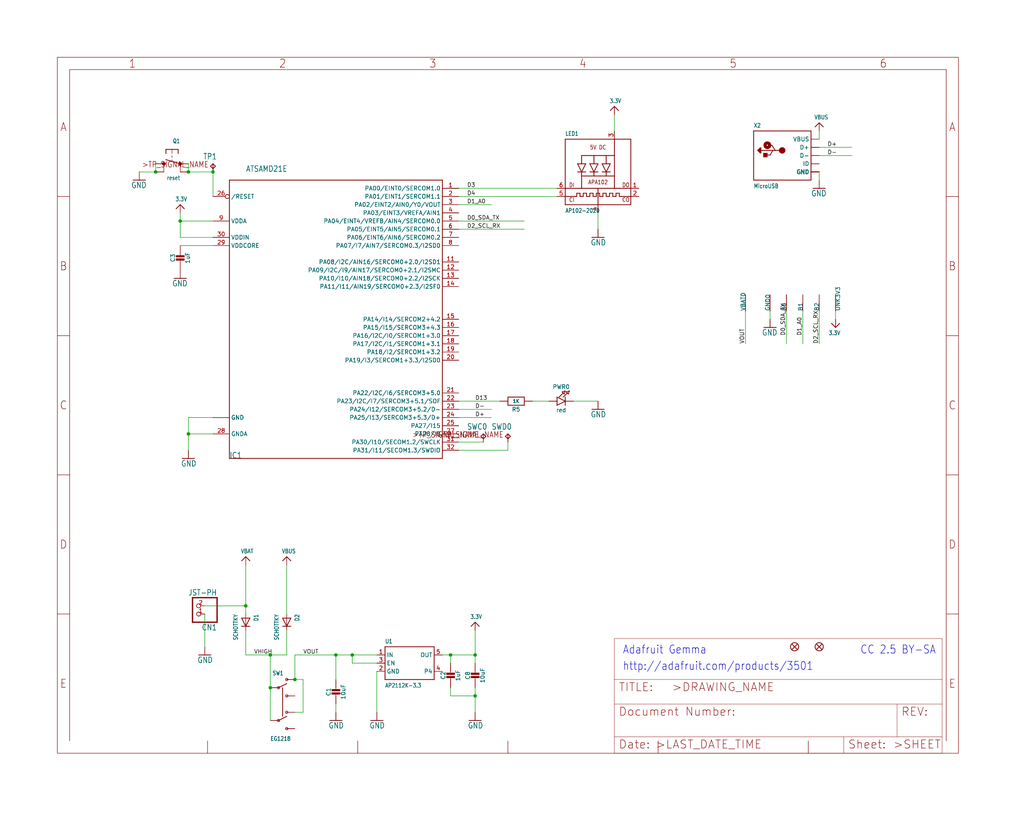
<source format=kicad_sch>
(kicad_sch (version 20211123) (generator eeschema)
  (paper "User" 317.5 254.406)
  (lib_symbols
    (symbol "eagleSchem-eagle-import:3.3V" (power)
      (property "Value" "3.3V" (at -1.524 1.016 0))
      (symbol "3.3V_1_0"
        (polyline (pts (xy -1.27 -1.27) (xy 0 0)) (stroke (width 0.254)))
        (polyline (pts (xy 0 0) (xy 1.27 -1.27)) (stroke (width 0.254)))
        (pin power_in line (at 0 -2.54 90) (length 2.54) (name "3.3V") (number "1"))
      )
    )
    (symbol "eagleSchem-eagle-import:APA1022020"
      (property "Value" "APA1022020" (at -10.16 -12.7 0))
      (symbol "APA1022020_1_0"
        (polyline (pts (xy -10.16 -10.16) (xy 0 -10.16)) (stroke (width 0.254)))
        (polyline (pts (xy -10.16 -7.62) (xy -10.16 -10.16)) (stroke (width 0.254)))
        (polyline (pts (xy -10.16 -7.62) (xy -6.604 -7.62)) (stroke (width 0.254)))
        (polyline (pts (xy -10.16 -5.08) (xy -10.16 -7.62)) (stroke (width 0.254)))
        (polyline (pts (xy -10.16 10.16) (xy -10.16 -5.08)) (stroke (width 0.254)))
        (polyline (pts (xy -6.604 -7.62) (xy -6.604 -6.604)) (stroke (width 0.254)))
        (polyline (pts (xy -6.604 -6.604) (xy -5.588 -6.604)) (stroke (width 0.254)))
        (polyline (pts (xy -6.35 0) (xy -5.08 0)) (stroke (width 0.254)))
        (polyline (pts (xy -6.35 2.54) (xy -5.08 2.54)) (stroke (width 0.254)))
        (polyline (pts (xy -5.588 -7.62) (xy -4.572 -7.62)) (stroke (width 0.254)))
        (polyline (pts (xy -5.588 -6.604) (xy -5.588 -7.62)) (stroke (width 0.254)))
        (polyline (pts (xy -5.08 -5.08) (xy -10.16 -5.08)) (stroke (width 0.254)))
        (polyline (pts (xy -5.08 -5.08) (xy 0 -5.08)) (stroke (width 0.254)))
        (polyline (pts (xy -5.08 -1.27) (xy -5.08 -5.08)) (stroke (width 0.254)))
        (polyline (pts (xy -5.08 0) (xy -6.35 2.54)) (stroke (width 0.254)))
        (polyline (pts (xy -5.08 0) (xy -5.08 -1.27)) (stroke (width 0.254)))
        (polyline (pts (xy -5.08 0) (xy -3.81 2.54)) (stroke (width 0.254)))
        (polyline (pts (xy -5.08 2.54) (xy -3.81 2.54)) (stroke (width 0.254)))
        (polyline (pts (xy -5.08 5.08) (xy -5.08 2.54)) (stroke (width 0.254)))
        (polyline (pts (xy -4.572 -7.62) (xy -4.572 -6.604)) (stroke (width 0.254)))
        (polyline (pts (xy -4.572 -6.604) (xy -3.556 -6.604)) (stroke (width 0.254)))
        (polyline (pts (xy -3.81 0) (xy -5.08 0)) (stroke (width 0.254)))
        (polyline (pts (xy -3.556 -7.62) (xy -2.54 -7.62)) (stroke (width 0.254)))
        (polyline (pts (xy -3.556 -6.604) (xy -3.556 -7.62)) (stroke (width 0.254)))
        (polyline (pts (xy -2.54 -7.62) (xy -2.54 -6.604)) (stroke (width 0.254)))
        (polyline (pts (xy -2.54 -6.604) (xy -1.524 -6.604)) (stroke (width 0.254)))
        (polyline (pts (xy -2.54 0) (xy -1.27 0)) (stroke (width 0.254)))
        (polyline (pts (xy -2.54 2.54) (xy 0 2.54)) (stroke (width 0.254)))
        (polyline (pts (xy -1.524 -7.62) (xy -0.508 -7.62)) (stroke (width 0.254)))
        (polyline (pts (xy -1.524 -6.604) (xy -1.524 -7.62)) (stroke (width 0.254)))
        (polyline (pts (xy -1.27 -1.27) (xy -5.08 -1.27)) (stroke (width 0.254)))
        (polyline (pts (xy -1.27 0) (xy -2.54 2.54)) (stroke (width 0.254)))
        (polyline (pts (xy -1.27 0) (xy -1.27 -1.27)) (stroke (width 0.254)))
        (polyline (pts (xy -1.27 0) (xy 0 0)) (stroke (width 0.254)))
        (polyline (pts (xy -1.27 2.54) (xy -1.27 5.08)) (stroke (width 0.254)))
        (polyline (pts (xy -1.27 5.08) (xy -5.08 5.08)) (stroke (width 0.254)))
        (polyline (pts (xy -0.508 -7.62) (xy -0.508 -6.604)) (stroke (width 0.254)))
        (polyline (pts (xy -0.508 -6.604) (xy 0.508 -6.604)) (stroke (width 0.254)))
        (polyline (pts (xy 0 -10.16) (xy 10.16 -10.16)) (stroke (width 0.254)))
        (polyline (pts (xy 0 -5.08) (xy 0 -10.16)) (stroke (width 0.254)))
        (polyline (pts (xy 0 -5.08) (xy 5.08 -5.08)) (stroke (width 0.254)))
        (polyline (pts (xy 0 2.54) (xy -1.27 0)) (stroke (width 0.254)))
        (polyline (pts (xy 0.508 -7.62) (xy 1.524 -7.62)) (stroke (width 0.254)))
        (polyline (pts (xy 0.508 -6.604) (xy 0.508 -7.62)) (stroke (width 0.254)))
        (polyline (pts (xy 1.27 2.54) (xy 2.54 0)) (stroke (width 0.254)))
        (polyline (pts (xy 1.27 2.54) (xy 2.54 2.54)) (stroke (width 0.254)))
        (polyline (pts (xy 1.524 -7.62) (xy 1.524 -6.604)) (stroke (width 0.254)))
        (polyline (pts (xy 1.524 -6.604) (xy 2.54 -6.604)) (stroke (width 0.254)))
        (polyline (pts (xy 2.54 -7.62) (xy 3.556 -7.62)) (stroke (width 0.254)))
        (polyline (pts (xy 2.54 -6.604) (xy 2.54 -7.62)) (stroke (width 0.254)))
        (polyline (pts (xy 2.54 -1.27) (xy -1.27 -1.27)) (stroke (width 0.254)))
        (polyline (pts (xy 2.54 0) (xy 1.27 0)) (stroke (width 0.254)))
        (polyline (pts (xy 2.54 0) (xy 2.54 -1.27)) (stroke (width 0.254)))
        (polyline (pts (xy 2.54 0) (xy 3.81 0)) (stroke (width 0.254)))
        (polyline (pts (xy 2.54 0) (xy 3.81 2.54)) (stroke (width 0.254)))
        (polyline (pts (xy 2.54 2.54) (xy 2.54 5.08)) (stroke (width 0.254)))
        (polyline (pts (xy 2.54 5.08) (xy -1.27 5.08)) (stroke (width 0.254)))
        (polyline (pts (xy 2.54 5.08) (xy 5.08 5.08)) (stroke (width 0.254)))
        (polyline (pts (xy 3.556 -7.62) (xy 3.556 -6.604)) (stroke (width 0.254)))
        (polyline (pts (xy 3.556 -6.604) (xy 4.572 -6.604)) (stroke (width 0.254)))
        (polyline (pts (xy 3.81 2.54) (xy 2.54 2.54)) (stroke (width 0.254)))
        (polyline (pts (xy 4.572 -7.62) (xy 5.588 -7.62)) (stroke (width 0.254)))
        (polyline (pts (xy 4.572 -6.604) (xy 4.572 -7.62)) (stroke (width 0.254)))
        (polyline (pts (xy 5.08 -5.08) (xy 5.08 -1.27)) (stroke (width 0.254)))
        (polyline (pts (xy 5.08 -5.08) (xy 10.16 -5.08)) (stroke (width 0.254)))
        (polyline (pts (xy 5.08 -1.27) (xy 2.54 -1.27)) (stroke (width 0.254)))
        (polyline (pts (xy 5.08 5.08) (xy 5.08 -1.27)) (stroke (width 0.254)))
        (polyline (pts (xy 5.08 10.16) (xy -10.16 10.16)) (stroke (width 0.254)))
        (polyline (pts (xy 5.08 10.16) (xy 5.08 5.08)) (stroke (width 0.254)))
        (polyline (pts (xy 5.588 -7.62) (xy 5.588 -6.604)) (stroke (width 0.254)))
        (polyline (pts (xy 5.588 -6.604) (xy 6.604 -6.604)) (stroke (width 0.254)))
        (polyline (pts (xy 6.604 -7.62) (xy 10.16 -7.62)) (stroke (width 0.254)))
        (polyline (pts (xy 6.604 -6.604) (xy 6.604 -7.62)) (stroke (width 0.254)))
        (polyline (pts (xy 10.16 -10.16) (xy 10.16 -7.62)) (stroke (width 0.254)))
        (polyline (pts (xy 10.16 -7.62) (xy 10.16 -5.08)) (stroke (width 0.254)))
        (polyline (pts (xy 10.16 -5.08) (xy 10.16 10.16)) (stroke (width 0.254)))
        (polyline (pts (xy 10.16 10.16) (xy 5.08 10.16)) (stroke (width 0.254)))
        (text "5V DC" (at 0 7.62 0) (effects (font (size 1.27 1.0795))))
        (text "APA102" (at 0 -3.175 0) (effects (font (size 1.27 1.0795))))
        (text "CI" (at -8.128 -8.636 0) (effects (font (size 1.27 1.0795))))
        (text "CO" (at 8.636 -8.636 0) (effects (font (size 1.27 1.0795))))
        (text "DI" (at -8.128 -4.064 0) (effects (font (size 1.27 1.0795))))
        (text "DO" (at 8.636 -4.064 0) (effects (font (size 1.27 1.0795))))
        (pin output line (at 12.7 -5.08 180) (length 2.54) (name "DO") (number "1"))
        (pin output line (at 12.7 -7.62 180) (length 2.54) (name "CKO") (number "2"))
        (pin power_in line (at 5.08 12.7 270) (length 2.54) (name "VDD") (number "3"))
        (pin power_in line (at 0 -12.7 90) (length 2.54) (name "GND") (number "4"))
        (pin input line (at -12.7 -7.62 0) (length 2.54) (name "CKI") (number "5"))
        (pin input line (at -12.7 -5.08 0) (length 2.54) (name "DI") (number "6"))
      )
    )
    (symbol "eagleSchem-eagle-import:ATSAMD21E"
      (property "Reference" "IC" (at -35.56 -43.18 0))
      (property "Value" "ATSAMD21E" (at -30.48 45.72 0))
      (symbol "ATSAMD21E_1_0"
        (polyline (pts (xy -35.56 -43.18) (xy -35.56 43.18)) (stroke (width 0.254)))
        (polyline (pts (xy -35.56 43.18) (xy 30.48 43.18)) (stroke (width 0.254)))
        (polyline (pts (xy 30.48 -43.18) (xy -35.56 -43.18)) (stroke (width 0.254)))
        (polyline (pts (xy 30.48 43.18) (xy 30.48 -43.18)) (stroke (width 0.254)))
        (pin bidirectional line (at 35.56 40.64 180) (length 5.08) (name "PA00/EINT0/SERCOM1.0") (number "1"))
        (pin power_in line (at -40.64 -30.48 0) (length 5.08) (name "GND") (number "10"))
        (pin bidirectional line (at 35.56 17.78 180) (length 5.08) (name "PA08/I2C/AIN16/SERCOM0+2.0/I2SD1") (number "11"))
        (pin bidirectional line (at 35.56 15.24 180) (length 5.08) (name "PA09/I2C/I9/AIN17/SERCOM0+2.1/I2SMC") (number "12"))
        (pin bidirectional line (at 35.56 12.7 180) (length 5.08) (name "PA10/I10/AIN18/SERCOM0+2.2/I2SCK") (number "13"))
        (pin bidirectional line (at 35.56 10.16 180) (length 5.08) (name "PA11/I11/AIN19/SERCOM0+2.3/I2SF0") (number "14"))
        (pin bidirectional line (at 35.56 0 180) (length 5.08) (name "PA14/I14/SERCOM2+4.2") (number "15"))
        (pin bidirectional line (at 35.56 -2.54 180) (length 5.08) (name "PA15/I15/SERCOM3+4.3") (number "16"))
        (pin bidirectional line (at 35.56 -5.08 180) (length 5.08) (name "PA16/I2C/I0/SERCOM1+3.0") (number "17"))
        (pin bidirectional line (at 35.56 -7.62 180) (length 5.08) (name "PA17/I2C/I1/SERCOM1+3.1") (number "18"))
        (pin bidirectional line (at 35.56 -10.16 180) (length 5.08) (name "PA18/I2/SERCOM1+3.2") (number "19"))
        (pin bidirectional line (at 35.56 38.1 180) (length 5.08) (name "PA01/EINT1/SERCOM1.1") (number "2"))
        (pin bidirectional line (at 35.56 -12.7 180) (length 5.08) (name "PA19/I3/SERCOM1+3.3/I2SD0") (number "20"))
        (pin bidirectional line (at 35.56 -22.86 180) (length 5.08) (name "PA22/I2C/I6/SERCOM3+5.0") (number "21"))
        (pin bidirectional line (at 35.56 -25.4 180) (length 5.08) (name "PA23/I2C/I7/SERCOM3+5.1/SOF") (number "22"))
        (pin bidirectional line (at 35.56 -27.94 180) (length 5.08) (name "PA24/I12/SERCOM3+5.2/D-") (number "23"))
        (pin bidirectional line (at 35.56 -30.48 180) (length 5.08) (name "PA25/I13/SERCOM3+5.3/D+") (number "24"))
        (pin bidirectional line (at 35.56 -33.02 180) (length 5.08) (name "PA27/I15") (number "25"))
        (pin bidirectional inverted (at -40.64 38.1 0) (length 5.08) (name "/RESET") (number "26"))
        (pin bidirectional line (at 35.56 -35.56 180) (length 5.08) (name "PA28/I8") (number "27"))
        (pin power_in line (at -40.64 -35.56 0) (length 5.08) (name "GNDA") (number "28"))
        (pin power_in line (at -40.64 22.86 0) (length 5.08) (name "VDDCORE") (number "29"))
        (pin bidirectional line (at 35.56 35.56 180) (length 5.08) (name "PA02/EINT2/AIN0/Y0/VOUT") (number "3"))
        (pin power_in line (at -40.64 25.4 0) (length 5.08) (name "VDDIN") (number "30"))
        (pin bidirectional line (at 35.56 -38.1 180) (length 5.08) (name "PA30/I10/SECOM1.2/SWCLK") (number "31"))
        (pin bidirectional line (at 35.56 -40.64 180) (length 5.08) (name "PA31/I11/SECOM1.3/SWDIO") (number "32"))
        (pin power_in line (at -40.64 -30.48 0) (length 5.08) (name "GND") (number "33"))
        (pin bidirectional line (at 35.56 33.02 180) (length 5.08) (name "PA03/EINT3/VREFA/AIN1") (number "4"))
        (pin bidirectional line (at 35.56 30.48 180) (length 5.08) (name "PA04/EINT4/VREFB/AIN4/SERCOM0.0") (number "5"))
        (pin bidirectional line (at 35.56 27.94 180) (length 5.08) (name "PA05/EINT5/AIN5/SERCOM0.1") (number "6"))
        (pin bidirectional line (at 35.56 25.4 180) (length 5.08) (name "PA06/EINT6/AIN6/SERCOM0.2") (number "7"))
        (pin bidirectional line (at 35.56 22.86 180) (length 5.08) (name "PA07/I7/AIN7/SERCOM0.3/I2SD0") (number "8"))
        (pin power_in line (at -40.64 30.48 0) (length 5.08) (name "VDDA") (number "9"))
      )
    )
    (symbol "eagleSchem-eagle-import:CAP_CERAMIC0603_NO"
      (property "Reference" "C" (at -2.29 1.25 90))
      (property "Value" "CAP_CERAMIC0603_NO" (at 2.3 1.25 90))
      (symbol "CAP_CERAMIC0603_NO_1_0"
        (rectangle (start -1.27 0.508) (end 1.27 1.016) (fill (type outline)))
        (rectangle (start -1.27 1.524) (end 1.27 2.032) (fill (type outline)))
        (polyline (pts (xy 0 0.762) (xy 0 0)) (stroke (width 0.1524)))
        (polyline (pts (xy 0 2.54) (xy 0 1.778)) (stroke (width 0.1524)))
        (pin passive line (at 0 5.08 270) (length 2.54) (name "1") (number "1"))
        (pin passive line (at 0 -2.54 90) (length 2.54) (name "2") (number "2"))
      )
    )
    (symbol "eagleSchem-eagle-import:CAP_CERAMIC0805-NOOUTLINE"
      (property "Reference" "C" (at -2.29 1.25 90))
      (property "Value" "CAP_CERAMIC0805-NOOUTLINE" (at 2.3 1.25 90))
      (symbol "CAP_CERAMIC0805-NOOUTLINE_1_0"
        (rectangle (start -1.27 0.508) (end 1.27 1.016) (fill (type outline)))
        (rectangle (start -1.27 1.524) (end 1.27 2.032) (fill (type outline)))
        (polyline (pts (xy 0 0.762) (xy 0 0)) (stroke (width 0.1524)))
        (polyline (pts (xy 0 2.54) (xy 0 1.778)) (stroke (width 0.1524)))
        (pin passive line (at 0 5.08 270) (length 2.54) (name "1") (number "1"))
        (pin passive line (at 0 -2.54 90) (length 2.54) (name "2") (number "2"))
      )
    )
    (symbol "eagleSchem-eagle-import:CON_JST_PH_2PIN"
      (property "Reference" "X" (at -6.35 5.715 0))
      (property "Value" "CON_JST_PH_2PIN" (at -6.35 -5.08 0))
      (symbol "CON_JST_PH_2PIN_1_0"
        (polyline (pts (xy -6.35 -2.54) (xy 1.27 -2.54)) (stroke (width 0.4064)))
        (polyline (pts (xy -6.35 5.08) (xy -6.35 -2.54)) (stroke (width 0.4064)))
        (polyline (pts (xy 1.27 -2.54) (xy 1.27 5.08)) (stroke (width 0.4064)))
        (polyline (pts (xy 1.27 5.08) (xy -6.35 5.08)) (stroke (width 0.4064)))
        (pin passive inverted (at -2.54 2.54 0) (length 2.54) (name "1") (number "1"))
        (pin passive inverted (at -2.54 0 0) (length 2.54) (name "2") (number "2"))
      )
    )
    (symbol "eagleSchem-eagle-import:DIODE_SOD-123FL"
      (property "Reference" "D" (at -2.54 2.54 0))
      (property "Value" "DIODE_SOD-123FL" (at -2.54 -3.81 0))
      (symbol "DIODE_SOD-123FL_1_0"
        (polyline (pts (xy -1.27 -1.27) (xy 1.27 0)) (stroke (width 0.254)))
        (polyline (pts (xy -1.27 1.27) (xy -1.27 -1.27)) (stroke (width 0.254)))
        (polyline (pts (xy 1.27 0) (xy -1.27 1.27)) (stroke (width 0.254)))
        (polyline (pts (xy 1.27 0) (xy 1.27 -1.27)) (stroke (width 0.254)))
        (polyline (pts (xy 1.27 1.27) (xy 1.27 0)) (stroke (width 0.254)))
        (pin passive line (at -2.54 0 0) (length 2.54) (name "A") (number "A"))
        (pin passive line (at 2.54 0 180) (length 2.54) (name "C") (number "C"))
      )
    )
    (symbol "eagleSchem-eagle-import:FIDUCIAL_1MM"
      (symbol "FIDUCIAL_1MM_1_0"
        (polyline (pts (xy -0.762 0.762) (xy 0.762 -0.762)) (stroke (width 0.254)))
        (polyline (pts (xy 0.762 0.762) (xy -0.762 -0.762)) (stroke (width 0.254)))
        (circle (center 0 0) (radius 1.27) (stroke (width 0.254)))
      )
    )
    (symbol "eagleSchem-eagle-import:FRAME_A_L"
      (symbol "FRAME_A_L_1_0"
        (polyline (pts (xy 0 43.18) (xy 3.81 43.18)))
        (polyline (pts (xy 0 86.36) (xy 3.81 86.36)))
        (polyline (pts (xy 0 129.54) (xy 3.81 129.54)))
        (polyline (pts (xy 0 172.72) (xy 3.81 172.72)))
        (polyline (pts (xy 3.81 3.81) (xy 3.81 212.09)))
        (polyline (pts (xy 46.5667 0) (xy 46.5667 3.81)))
        (polyline (pts (xy 93.1333 0) (xy 93.1333 3.81)))
        (polyline (pts (xy 139.7 0) (xy 139.7 3.81)))
        (polyline (pts (xy 186.2667 0) (xy 186.2667 3.81)))
        (polyline (pts (xy 232.8333 0) (xy 232.8333 3.81)))
        (polyline (pts (xy 275.59 3.81) (xy 275.59 212.09)))
        (polyline (pts (xy 275.59 43.18) (xy 279.4 43.18)))
        (polyline (pts (xy 275.59 86.36) (xy 279.4 86.36)))
        (polyline (pts (xy 275.59 129.54) (xy 279.4 129.54)))
        (polyline (pts (xy 275.59 172.72) (xy 279.4 172.72)))
        (polyline (pts (xy 275.59 212.09) (xy 3.81 212.09)))
        (polyline (pts (xy 0 0) (xy 279.4 0) (xy 279.4 215.9) (xy 0 215.9) (xy 0 0)))
        (text "1" (at 23.2833 213.995 0) (effects (font (size 2.54 2.286))))
        (text "2" (at 69.85 213.995 0) (effects (font (size 2.54 2.286))))
        (text "3" (at 116.4167 213.995 0) (effects (font (size 2.54 2.286))))
        (text "4" (at 162.9833 213.995 0) (effects (font (size 2.54 2.286))))
        (text "5" (at 209.55 213.995 0) (effects (font (size 2.54 2.286))))
        (text "6" (at 256.1167 213.995 0) (effects (font (size 2.54 2.286))))
        (text "A" (at 1.905 194.31 0) (effects (font (size 2.54 2.286))))
        (text "A" (at 277.495 194.31 0) (effects (font (size 2.54 2.286))))
        (text "B" (at 1.905 151.13 0) (effects (font (size 2.54 2.286))))
        (text "B" (at 277.495 151.13 0) (effects (font (size 2.54 2.286))))
        (text "C" (at 1.905 107.95 0) (effects (font (size 2.54 2.286))))
        (text "C" (at 277.495 107.95 0) (effects (font (size 2.54 2.286))))
        (text "D" (at 1.905 64.77 0) (effects (font (size 2.54 2.286))))
        (text "D" (at 277.495 64.77 0) (effects (font (size 2.54 2.286))))
        (text "E" (at 1.905 21.59 0) (effects (font (size 2.54 2.286))))
        (text "E" (at 277.495 21.59 0) (effects (font (size 2.54 2.286))))
      )
      (symbol "FRAME_A_L_2_0"
        (polyline (pts (xy 0 0) (xy 0 5.08)) (stroke (width 0.1016)))
        (polyline (pts (xy 0 0) (xy 71.12 0)) (stroke (width 0.1016)))
        (polyline (pts (xy 0 5.08) (xy 0 15.24)) (stroke (width 0.1016)))
        (polyline (pts (xy 0 5.08) (xy 71.12 5.08)) (stroke (width 0.1016)))
        (polyline (pts (xy 0 15.24) (xy 0 22.86)) (stroke (width 0.1016)))
        (polyline (pts (xy 0 22.86) (xy 0 35.56)) (stroke (width 0.1016)))
        (polyline (pts (xy 0 22.86) (xy 101.6 22.86)) (stroke (width 0.1016)))
        (polyline (pts (xy 71.12 0) (xy 101.6 0)) (stroke (width 0.1016)))
        (polyline (pts (xy 71.12 5.08) (xy 71.12 0)) (stroke (width 0.1016)))
        (polyline (pts (xy 71.12 5.08) (xy 87.63 5.08)) (stroke (width 0.1016)))
        (polyline (pts (xy 87.63 5.08) (xy 101.6 5.08)) (stroke (width 0.1016)))
        (polyline (pts (xy 87.63 15.24) (xy 0 15.24)) (stroke (width 0.1016)))
        (polyline (pts (xy 87.63 15.24) (xy 87.63 5.08)) (stroke (width 0.1016)))
        (polyline (pts (xy 101.6 5.08) (xy 101.6 0)) (stroke (width 0.1016)))
        (polyline (pts (xy 101.6 15.24) (xy 87.63 15.24)) (stroke (width 0.1016)))
        (polyline (pts (xy 101.6 15.24) (xy 101.6 5.08)) (stroke (width 0.1016)))
        (polyline (pts (xy 101.6 22.86) (xy 101.6 15.24)) (stroke (width 0.1016)))
        (polyline (pts (xy 101.6 35.56) (xy 0 35.56)) (stroke (width 0.1016)))
        (polyline (pts (xy 101.6 35.56) (xy 101.6 22.86)) (stroke (width 0.1016)))
        (text ">DRAWING_NAME" (at 17.78 19.05 0) (effects (font (size 2.54 2.54)) (justify left bottom)))
        (text ">LAST_DATE_TIME" (at 12.7 1.27 0) (effects (font (size 2.54 2.54)) (justify left bottom)))
        (text ">SHEET" (at 86.36 1.27 0) (effects (font (size 2.54 2.54)) (justify left bottom)))
        (text "Date:" (at 1.27 1.27 0) (effects (font (size 2.54 2.54)) (justify left bottom)))
        (text "Document Number:" (at 1.27 11.43 0) (effects (font (size 2.54 2.54)) (justify left bottom)))
        (text "REV:" (at 88.9 11.43 0) (effects (font (size 2.54 2.54)) (justify left bottom)))
        (text "Sheet:" (at 72.39 1.27 0) (effects (font (size 2.54 2.54)) (justify left bottom)))
        (text "TITLE:" (at 1.27 19.05 0) (effects (font (size 2.54 2.54)) (justify left bottom)))
      )
    )
    (symbol "eagleSchem-eagle-import:GND" (power)
      (property "Value" "GND" (at -2.54 -2.54 0))
      (symbol "GND_1_0"
        (polyline (pts (xy -1.905 0) (xy 1.905 0)) (stroke (width 0.254)))
        (pin power_in line (at 0 2.54 270) (length 2.54) (name "GND") (number "1"))
      )
    )
    (symbol "eagleSchem-eagle-import:LED0603_NOOUTLINE"
      (property "Reference" "D" (at -1.27 4.445 0))
      (property "Value" "LED0603_NOOUTLINE" (at -1.27 -2.794 0))
      (symbol "LED0603_NOOUTLINE_1_0"
        (polyline (pts (xy -2.54 -1.27) (xy 0 0)) (stroke (width 0.254)))
        (polyline (pts (xy -2.54 1.27) (xy -2.54 -1.27)) (stroke (width 0.254)))
        (polyline (pts (xy -1.905 1.27) (xy -0.635 2.54)) (stroke (width 0.254)))
        (polyline (pts (xy -0.9525 2.8575) (xy -0.3175 2.2225)) (stroke (width 0.254)))
        (polyline (pts (xy -0.635 1.27) (xy 0.635 2.54)) (stroke (width 0.254)))
        (polyline (pts (xy -0.3175 2.2225) (xy 0 3.175)) (stroke (width 0.254)))
        (polyline (pts (xy 0 0) (xy -2.54 1.27)) (stroke (width 0.254)))
        (polyline (pts (xy 0 0) (xy 0 -1.27)) (stroke (width 0.254)))
        (polyline (pts (xy 0 1.27) (xy 0 0)) (stroke (width 0.254)))
        (polyline (pts (xy 0 3.175) (xy -0.9525 2.8575)) (stroke (width 0.254)))
        (polyline (pts (xy 0.3175 2.8575) (xy 0.9525 2.2225)) (stroke (width 0.254)))
        (polyline (pts (xy 0.9525 2.2225) (xy 1.27 3.175)) (stroke (width 0.254)))
        (polyline (pts (xy 1.27 3.175) (xy 0.3175 2.8575)) (stroke (width 0.254)))
        (pin passive line (at -5.08 0 0) (length 2.54) (name "A") (number "A"))
        (pin passive line (at 2.54 0 180) (length 2.54) (name "C") (number "C"))
      )
    )
    (symbol "eagleSchem-eagle-import:RESISTOR_0603_NOOUT"
      (property "Reference" "R" (at 0 2.54 0))
      (property "Value" "RESISTOR_0603_NOOUT" (at 0 0 0))
      (symbol "RESISTOR_0603_NOOUT_1_0"
        (polyline (pts (xy -2.54 -1.27) (xy -2.54 1.27)) (stroke (width 0.254)))
        (polyline (pts (xy -2.54 1.27) (xy 2.54 1.27)) (stroke (width 0.254)))
        (polyline (pts (xy 2.54 -1.27) (xy -2.54 -1.27)) (stroke (width 0.254)))
        (polyline (pts (xy 2.54 1.27) (xy 2.54 -1.27)) (stroke (width 0.254)))
        (pin passive line (at -5.08 0 0) (length 2.54) (name "1") (number "1"))
        (pin passive line (at 5.08 0 180) (length 2.54) (name "2") (number "2"))
      )
    )
    (symbol "eagleSchem-eagle-import:SEWTAP-ALLIGATOR"
      (property "Reference" "TP" (at 0 0 0))
      (symbol "SEWTAP-ALLIGATOR_1_0"
        (pin bidirectional line (at 0 0 0) (length 5.08) (name "SEW") (number "P$1"))
      )
    )
    (symbol "eagleSchem-eagle-import:SWITCH_DPDTEG1390"
      (property "Reference" "SW" (at -4.445 8.89 0))
      (property "Value" "SWITCH_DPDTEG1390" (at -5.08 -11.43 0))
      (symbol "SWITCH_DPDTEG1390_1_0"
        (circle (center -2.54 -5.08) (radius 0.3592) (stroke (width 0.2032)))
        (circle (center -2.54 5.08) (radius 0.3592) (stroke (width 0.2032)))
        (circle (center 0 -7.62) (radius 0.3592) (stroke (width 0.2032)))
        (circle (center 0 -2.54) (radius 0.3592) (stroke (width 0.2032)))
        (polyline (pts (xy -2.54 -5.08) (xy 0 -3.81)) (stroke (width 0.254)))
        (polyline (pts (xy -2.54 5.08) (xy 0 6.35)) (stroke (width 0.254)))
        (polyline (pts (xy -1.27 5.08) (xy -1.27 -3.81)) (stroke (width 0.254)))
        (polyline (pts (xy 0 -7.62) (xy 0.635 -7.62)) (stroke (width 0.127)))
        (polyline (pts (xy 0 -2.54) (xy 0.635 -2.54)) (stroke (width 0.1524)))
        (polyline (pts (xy 0 2.54) (xy 0.635 2.54)) (stroke (width 0.127)))
        (polyline (pts (xy 0 7.62) (xy 0.635 7.62)) (stroke (width 0.1524)))
        (circle (center 0 2.54) (radius 0.3592) (stroke (width 0.2032)))
        (circle (center 0 7.62) (radius 0.3592) (stroke (width 0.2032)))
        (pin passive line (at 2.54 7.62 180) (length 2.54) (name "O1") (number "O1"))
        (pin passive line (at 2.54 -2.54 180) (length 2.54) (name "O2") (number "O2"))
        (pin passive line (at -5.08 5.08 0) (length 2.54) (name "P1") (number "P1"))
        (pin passive line (at -5.08 -5.08 0) (length 2.54) (name "P2") (number "P2"))
        (pin passive line (at 2.54 2.54 180) (length 2.54) (name "S1") (number "S1"))
        (pin passive line (at 2.54 -7.62 180) (length 2.54) (name "S2") (number "S2"))
      )
    )
    (symbol "eagleSchem-eagle-import:SWITCH_TACT_SMT4.6X2.8"
      (property "Reference" "SW" (at -2.54 6.35 0))
      (property "Value" "SWITCH_TACT_SMT4.6X2.8" (at -2.54 -5.08 0))
      (symbol "SWITCH_TACT_SMT4.6X2.8_1_0"
        (circle (center -2.54 0) (radius 0.127) (stroke (width 0.4064)))
        (polyline (pts (xy -2.54 -2.54) (xy -2.54 0)) (stroke (width 0.1524)))
        (polyline (pts (xy -2.54 0) (xy 1.905 1.27)) (stroke (width 0.254)))
        (polyline (pts (xy -1.905 4.445) (xy -1.905 3.175)) (stroke (width 0.254)))
        (polyline (pts (xy 0 1.27) (xy 0 0.635)) (stroke (width 0.1524)))
        (polyline (pts (xy 0 2.54) (xy 0 1.905)) (stroke (width 0.1524)))
        (polyline (pts (xy 0 4.445) (xy -1.905 4.445)) (stroke (width 0.254)))
        (polyline (pts (xy 0 4.445) (xy 0 3.175)) (stroke (width 0.1524)))
        (polyline (pts (xy 1.905 0) (xy 2.54 0)) (stroke (width 0.254)))
        (polyline (pts (xy 1.905 4.445) (xy 0 4.445)) (stroke (width 0.254)))
        (polyline (pts (xy 1.905 4.445) (xy 1.905 3.175)) (stroke (width 0.254)))
        (polyline (pts (xy 2.54 -2.54) (xy 2.54 0)) (stroke (width 0.1524)))
        (circle (center 2.54 0) (radius 0.127) (stroke (width 0.4064)))
        (pin passive line (at -5.08 0 0) (length 2.54) (name "P") (number "A"))
        (pin passive line (at -5.08 -2.54 0) (length 2.54) (name "P1") (number "A'"))
        (pin passive line (at 5.08 0 180) (length 2.54) (name "S") (number "B"))
        (pin passive line (at 5.08 -2.54 180) (length 2.54) (name "S1") (number "B'"))
      )
    )
    (symbol "eagleSchem-eagle-import:TPTP15R"
      (property "Reference" "TP" (at -1.27 1.27 0))
      (symbol "TPTP15R_1_0"
        (polyline (pts (xy -0.762 -0.762) (xy 0 0)) (stroke (width 0.254)))
        (polyline (pts (xy 0 -1.524) (xy -0.762 -0.762)) (stroke (width 0.254)))
        (polyline (pts (xy 0 0) (xy 0.762 -0.762)) (stroke (width 0.254)))
        (polyline (pts (xy 0.762 -0.762) (xy 0 -1.524)) (stroke (width 0.254)))
        (text ">TP_SIGNAL_NAME" (at 1.27 -1.27 0) (effects (font (size 1.778 1.5113)) (justify left bottom)))
        (pin input line (at 0 -2.54 90) (length 2.54) (name "TP") (number "TP"))
      )
    )
    (symbol "eagleSchem-eagle-import:TPTP16R"
      (property "Reference" "TP" (at -1.27 1.27 0))
      (symbol "TPTP16R_1_0"
        (polyline (pts (xy -0.762 -0.762) (xy 0 0)) (stroke (width 0.254)))
        (polyline (pts (xy 0 -1.524) (xy -0.762 -0.762)) (stroke (width 0.254)))
        (polyline (pts (xy 0 0) (xy 0.762 -0.762)) (stroke (width 0.254)))
        (polyline (pts (xy 0.762 -0.762) (xy 0 -1.524)) (stroke (width 0.254)))
        (text ">TP_SIGNAL_NAME" (at 1.27 -1.27 0) (effects (font (size 1.778 1.5113)) (justify left bottom)))
        (pin input line (at 0 -2.54 90) (length 2.54) (name "TP") (number "TP"))
      )
    )
    (symbol "eagleSchem-eagle-import:USB_MICRO_20329_V2"
      (property "Reference" "X" (at -10.16 8.636 0))
      (property "Value" "USB_MICRO_20329_V2" (at -10.16 -10.16 0))
      (symbol "USB_MICRO_20329_V2_1_0"
        (rectangle (start -7.12 -0.45) (end -5.92 0.75) (fill (type outline)))
        (circle (center -5.92 3.2) (radius 0.2) (stroke (width 1)))
        (circle (center -1.32 1.6) (radius 0.5) (stroke (width 1)))
        (polyline (pts (xy -10.2 7.62) (xy -10.16 7.62)) (stroke (width 0.254)))
        (polyline (pts (xy -10.16 -7.62) (xy 7.62 -7.62)) (stroke (width 0.254)))
        (polyline (pts (xy -10.16 7.62) (xy -10.16 -7.62)) (stroke (width 0.254)))
        (polyline (pts (xy -10.16 7.62) (xy 7.62 7.62)) (stroke (width 0.254)))
        (polyline (pts (xy -8.92 1.6) (xy -8.12 2.4)) (stroke (width 0.254)))
        (polyline (pts (xy -8.52 1.4) (xy -8.32 1.2)) (stroke (width 0.254)))
        (polyline (pts (xy -8.52 1.6) (xy -8.52 1.4)) (stroke (width 0.254)))
        (polyline (pts (xy -8.32 1.2) (xy -8.32 2)) (stroke (width 0.254)))
        (polyline (pts (xy -8.32 2) (xy -8.72 1.6)) (stroke (width 0.254)))
        (polyline (pts (xy -8.12 0.8) (xy -8.92 1.6)) (stroke (width 0.254)))
        (polyline (pts (xy -8.12 1) (xy -8.12 2.4)) (stroke (width 0.254)))
        (polyline (pts (xy -8.12 2.4) (xy -7.92 2.4)) (stroke (width 0.254)))
        (polyline (pts (xy -7.92 0.8) (xy -8.12 0.8)) (stroke (width 0.254)))
        (polyline (pts (xy -7.92 1.6) (xy -7.92 0.8)) (stroke (width 0.254)))
        (polyline (pts (xy -7.92 2.4) (xy -7.92 1.6)) (stroke (width 0.254)))
        (polyline (pts (xy -6.27 0.15) (xy -5.07 0.15)) (stroke (width 0.254)))
        (polyline (pts (xy -5.52 3.2) (xy -4.52 3.2)) (stroke (width 0.254)))
        (polyline (pts (xy -5.07 0.15) (xy -4.22 1.6)) (stroke (width 0.254)))
        (polyline (pts (xy -4.52 3.2) (xy -3.47 1.6)) (stroke (width 0.254)))
        (polyline (pts (xy -4.22 1.6) (xy -7.92 1.6)) (stroke (width 0.254)))
        (polyline (pts (xy -3.47 1.6) (xy -4.22 1.6)) (stroke (width 0.254)))
        (polyline (pts (xy -1.32 1.6) (xy -3.47 1.6)) (stroke (width 0.254)))
        (polyline (pts (xy 7.62 7.62) (xy 7.62 -7.62)) (stroke (width 0.254)))
        (pin power_in line (at 10.16 -5.08 180) (length 2.54) (name "GND") (number "BASE@1"))
        (pin power_in line (at 10.16 -5.08 180) (length 2.54) (name "GND") (number "BASE@2"))
        (pin bidirectional line (at 10.16 2.54 180) (length 2.54) (name "D+") (number "D+"))
        (pin bidirectional line (at 10.16 0 180) (length 2.54) (name "D-") (number "D-"))
        (pin power_in line (at 10.16 -5.08 180) (length 2.54) (name "GND") (number "GND"))
        (pin bidirectional line (at 10.16 -2.54 180) (length 2.54) (name "ID") (number "ID"))
        (pin power_in line (at 10.16 -5.08 180) (length 2.54) (name "GND") (number "SPRT@1"))
        (pin power_in line (at 10.16 -5.08 180) (length 2.54) (name "GND") (number "SPRT@2"))
        (pin power_in line (at 10.16 -5.08 180) (length 2.54) (name "GND") (number "SPRT@3"))
        (pin power_in line (at 10.16 -5.08 180) (length 2.54) (name "GND") (number "SPRT@4"))
        (pin power_in line (at 10.16 5.08 180) (length 2.54) (name "VBUS") (number "VBUS"))
      )
    )
    (symbol "eagleSchem-eagle-import:VBAT" (power)
      (property "Value" "VBAT" (at -1.524 1.016 0))
      (symbol "VBAT_1_0"
        (polyline (pts (xy -1.27 -1.27) (xy 0 0)) (stroke (width 0.254)))
        (polyline (pts (xy 0 0) (xy 1.27 -1.27)) (stroke (width 0.254)))
        (pin power_in line (at 0 -2.54 90) (length 2.54) (name "VBAT") (number "1"))
      )
    )
    (symbol "eagleSchem-eagle-import:VBUS" (power)
      (property "Value" "VBUS" (at -1.524 1.016 0))
      (symbol "VBUS_1_0"
        (polyline (pts (xy -1.27 -1.27) (xy 0 0)) (stroke (width 0.254)))
        (polyline (pts (xy 0 0) (xy 1.27 -1.27)) (stroke (width 0.254)))
        (pin power_in line (at 0 -2.54 90) (length 2.54) (name "VBUS") (number "1"))
      )
    )
    (symbol "eagleSchem-eagle-import:VREG_SOT23-5"
      (property "Reference" "U" (at -7.62 6.096 0))
      (property "Value" "VREG_SOT23-5" (at -7.62 -7.62 0))
      (symbol "VREG_SOT23-5_1_0"
        (polyline (pts (xy -7.62 -5.08) (xy -7.62 5.08)) (stroke (width 0.254)))
        (polyline (pts (xy -7.62 5.08) (xy 7.62 5.08)) (stroke (width 0.254)))
        (polyline (pts (xy 7.62 -5.08) (xy -7.62 -5.08)) (stroke (width 0.254)))
        (polyline (pts (xy 7.62 5.08) (xy 7.62 -5.08)) (stroke (width 0.254)))
        (pin power_in line (at -10.16 2.54 0) (length 2.54) (name "IN") (number "1"))
        (pin power_in line (at -10.16 -2.54 0) (length 2.54) (name "GND") (number "2"))
        (pin input line (at -10.16 0 0) (length 2.54) (name "EN") (number "3"))
        (pin bidirectional line (at 10.16 -2.54 180) (length 2.54) (name "P4") (number "4"))
        (pin power_in line (at 10.16 2.54 180) (length 2.54) (name "OUT") (number "5"))
      )
    )
  )
  (junction (at 109.22 203.2))
  (junction (at 76.2 187.96))
  (junction (at 147.32 203.2))
  (junction (at 91.44 210.82))
  (junction (at 48.26 53.34))
  (junction (at 66.04 53.34))
  (junction (at 58.42 53.34))
  (junction (at 55.88 68.58))
  (junction (at 83.82 203.2))
  (junction (at 147.32 215.9))
  (junction (at 58.42 134.62))
  (junction (at 83.82 213.36))
  (junction (at 139.7 203.2))
  (junction (at 104.14 203.2))
  (wire (pts (xy 109.22 203.2) (xy 116.84 203.2)))
  (wire (pts (xy 58.42 53.34) (xy 66.04 53.34)))
  (wire (pts (xy 58.42 53.34) (xy 58.42 50.8)))
  (wire (pts (xy 254 48.26) (xy 264.16 48.26)))
  (wire (pts (xy 76.2 175.26) (xy 76.2 187.96)))
  (wire (pts (xy 88.9 190.5) (xy 88.9 175.26)))
  (wire (pts (xy 152.4 129.54) (xy 142.24 129.54)))
  (wire (pts (xy 58.42 134.62) (xy 58.42 139.7)))
  (wire (pts (xy 147.32 215.9) (xy 147.32 213.36)))
  (wire (pts (xy 93.98 220.98) (xy 93.98 210.82)))
  (wire (pts (xy 66.04 53.34) (xy 66.04 60.96)))
  (wire (pts (xy 116.84 208.28) (xy 116.84 220.98)))
  (wire (pts (xy 66.04 134.62) (xy 58.42 134.62)))
  (wire (pts (xy 172.72 58.42) (xy 142.24 58.42)))
  (wire (pts (xy 58.42 129.54) (xy 58.42 134.62)))
  (wire (pts (xy 139.7 58.42) (xy 142.24 58.42)))
  (wire (pts (xy 88.9 203.2) (xy 83.82 203.2)))
  (wire (pts (xy 254 96.52) (xy 254 106.68)))
  (wire (pts (xy 66.04 129.54) (xy 58.42 129.54)))
  (wire (pts (xy 109.22 203.2) (xy 104.14 203.2)))
  (wire (pts (xy 142.24 63.5) (xy 152.4 63.5)))
  (wire (pts (xy 109.22 205.74) (xy 109.22 203.2)))
  (wire (pts (xy 254 45.72) (xy 264.16 45.72)))
  (wire (pts (xy 63.5 190.5) (xy 63.5 200.66)))
  (wire (pts (xy 48.26 50.8) (xy 48.26 53.34)))
  (wire (pts (xy 137.16 203.2) (xy 139.7 203.2)))
  (wire (pts (xy 83.82 213.36) (xy 83.82 223.52)))
  (wire (pts (xy 147.32 195.58) (xy 147.32 203.2)))
  (wire (pts (xy 104.14 218.44) (xy 104.14 220.98)))
  (wire (pts (xy 88.9 195.58) (xy 88.9 203.2)))
  (wire (pts (xy 185.42 66.04) (xy 185.42 71.12)))
  (wire (pts (xy 83.82 203.2) (xy 83.82 213.36)))
  (wire (pts (xy 66.04 73.66) (xy 55.88 73.66)))
  (wire (pts (xy 139.7 215.9) (xy 139.7 213.36)))
  (wire (pts (xy 93.98 210.82) (xy 91.44 210.82)))
  (wire (pts (xy 254 43.18) (xy 254 40.64)))
  (wire (pts (xy 91.44 220.98) (xy 93.98 220.98)))
  (wire (pts (xy 147.32 205.74) (xy 147.32 203.2)))
  (wire (pts (xy 142.24 127) (xy 152.4 127)))
  (wire (pts (xy 147.32 220.98) (xy 147.32 215.9)))
  (wire (pts (xy 76.2 187.96) (xy 76.2 190.5)))
  (wire (pts (xy 248.92 106.68) (xy 248.92 96.52)))
  (wire (pts (xy 139.7 203.2) (xy 147.32 203.2)))
  (wire (pts (xy 55.88 68.58) (xy 55.88 66.04)))
  (wire (pts (xy 259.08 96.52) (xy 259.08 99.06)))
  (wire (pts (xy 55.88 73.66) (xy 55.88 68.58)))
  (wire (pts (xy 147.32 215.9) (xy 139.7 215.9)))
  (wire (pts (xy 254 53.34) (xy 254 55.88)))
  (wire (pts (xy 142.24 68.58) (xy 162.56 68.58)))
  (wire (pts (xy 104.14 210.82) (xy 104.14 203.2)))
  (wire (pts (xy 104.14 203.2) (xy 91.44 203.2)))
  (wire (pts (xy 162.56 71.12) (xy 142.24 71.12)))
  (wire (pts (xy 157.48 139.7) (xy 157.48 137.16)))
  (wire (pts (xy 76.2 195.58) (xy 76.2 203.2)))
  (wire (pts (xy 165.1 124.46) (xy 170.18 124.46)))
  (wire (pts (xy 243.84 96.52) (xy 243.84 106.68)))
  (wire (pts (xy 139.7 205.74) (xy 139.7 203.2)))
  (wire (pts (xy 66.04 76.2) (xy 55.88 76.2)))
  (wire (pts (xy 142.24 137.16) (xy 149.86 137.16)))
  (wire (pts (xy 142.24 60.96) (xy 172.72 60.96)))
  (wire (pts (xy 238.76 99.06) (xy 238.76 96.52)))
  (wire (pts (xy 76.2 203.2) (xy 83.82 203.2)))
  (wire (pts (xy 116.84 205.74) (xy 109.22 205.74)))
  (wire (pts (xy 142.24 139.7) (xy 157.48 139.7)))
  (wire (pts (xy 43.18 53.34) (xy 48.26 53.34)))
  (wire (pts (xy 63.5 187.96) (xy 76.2 187.96)))
  (wire (pts (xy 66.04 68.58) (xy 55.88 68.58)))
  (wire (pts (xy 190.5 40.64) (xy 190.5 35.56)))
  (wire (pts (xy 142.24 124.46) (xy 154.94 124.46)))
  (wire (pts (xy 177.8 124.46) (xy 185.42 124.46)))
  (wire (pts (xy 231.14 96.52) (xy 231.14 106.68)))
  (wire (pts (xy 91.44 210.82) (xy 91.44 203.2)))
  (text "Adafruit Gemma" (at 193.04 203.2 180) (effects (font (size 2.54 2.159)) (justify left bottom)))
  (text "CC 2.5 BY-SA" (at 266.7 203.2 180) (effects (font (size 2.54 2.159)) (justify left bottom)))
  (text "http://adafruit.com/products/3501" (at 193.04 208.28 180) (effects (font (size 2.54 2.159)) (justify left bottom)))
  (label "D+" (at 256.54 45.72 0) (effects (font (size 1.2446 1.2446))))
  (label "D1_A0" (at 144.78 63.5 0) (effects (font (size 1.2446 1.2446))))
  (label "D1_A0" (at 248.92 104.14 90) (effects (font (size 1.2446 1.2446))))
  (label "D-" (at 256.54 48.26 0) (effects (font (size 1.2446 1.2446))))
  (label "D0_SDA_TX" (at 144.78 68.58 0) (effects (font (size 1.2446 1.2446))))
  (label "D-" (at 147.32 127 0) (effects (font (size 1.2446 1.2446))))
  (label "D2_SCL_RX" (at 254 106.68 90) (effects (font (size 1.2446 1.2446))))
  (label "D2_SCL_RX" (at 144.78 71.12 0) (effects (font (size 1.2446 1.2446))))
  (label "D3" (at 144.78 58.42 0) (effects (font (size 1.2446 1.2446))))
  (label "D13" (at 147.32 124.46 0) (effects (font (size 1.2446 1.2446))))
  (label "VOUT" (at 231.14 106.68 90) (effects (font (size 1.2446 1.2446))))
  (label "VHIGH" (at 78.74 203.2 0) (effects (font (size 1.2446 1.2446))))
  (label "D+" (at 147.32 129.54 0) (effects (font (size 1.2446 1.2446))))
  (label "D4" (at 144.78 60.96 0) (effects (font (size 1.2446 1.2446))))
  (label "D0_SDA_TX" (at 243.84 104.14 90) (effects (font (size 1.2446 1.2446))))
  (label "VOUT" (at 93.98 203.2 0) (effects (font (size 1.2446 1.2446))))
  (symbol (lib_id "eagleSchem-eagle-import:GND") (at 238.76 101.6 0) (unit 1)
    (property "Reference" "#GND2" (effects hide))
    (property "Value" "GND" (at 236.22 104.14 0) (effects (font (size 1.778 1.5113)) (justify left bottom)))
    (property "Footprint" "eagleSchem:" (effects hide))
  )
  (symbol (lib_id "eagleSchem-eagle-import:DIODE_SOD-123FL") (at 76.2 193.04 270) (unit 1)
    (property "Reference" "D1" (at 78.74 190.5 0) (effects (font (size 1.27 1.0795)) (justify left bottom)))
    (property "Value" "SCHOTTKY" (at 72.39 190.5 0) (effects (font (size 1.27 1.0795)) (justify left bottom)))
    (property "Footprint" "eagleSchem:SOD-123FL" (effects hide))
  )
  (symbol (lib_id "eagleSchem-eagle-import:LED0603_NOOUTLINE") (at 175.26 124.46 0) (unit 1)
    (property "Reference" "PWR0" (at 173.99 120.015 0))
    (property "Value" "red" (at 173.99 127.254 0))
    (property "Footprint" "eagleSchem:CHIPLED_0603_NOOUTLINE" (effects hide))
  )
  (symbol (lib_id "eagleSchem-eagle-import:FRAME_A_L") (at 17.78 233.68 0) (unit 1)
    (property "Reference" "#FRAME1" (effects hide))
    (property "Value" "FRAME_A_L" (effects hide))
    (property "Footprint" "eagleSchem:" (effects hide))
  )
  (symbol (lib_id "eagleSchem-eagle-import:GND") (at 43.18 55.88 0) (unit 1)
    (property "Reference" "#GND5" (effects hide))
    (property "Value" "GND" (at 40.64 58.42 0) (effects (font (size 1.778 1.5113)) (justify left bottom)))
    (property "Footprint" "eagleSchem:" (effects hide))
  )
  (symbol (lib_id "eagleSchem-eagle-import:VBUS") (at 88.9 172.72 0) (unit 1)
    (property "Reference" "#U$3" (effects hide))
    (property "Value" "VBUS" (at 87.376 171.704 0) (effects (font (size 1.27 1.0795)) (justify left bottom)))
    (property "Footprint" "eagleSchem:" (effects hide))
  )
  (symbol (lib_id "eagleSchem-eagle-import:3.3V") (at 55.88 63.5 0) (unit 1)
    (property "Reference" "#U$11" (effects hide))
    (property "Value" "3.3V" (at 54.356 62.484 0) (effects (font (size 1.27 1.0795)) (justify left bottom)))
    (property "Footprint" "eagleSchem:" (effects hide))
  )
  (symbol (lib_id "eagleSchem-eagle-import:GND") (at 116.84 223.52 0) (mirror y) (unit 1)
    (property "Reference" "#GND6" (effects hide))
    (property "Value" "GND" (at 119.38 226.06 0) (effects (font (size 1.778 1.5113)) (justify left bottom)))
    (property "Footprint" "eagleSchem:" (effects hide))
  )
  (symbol (lib_id "eagleSchem-eagle-import:GND") (at 58.42 142.24 0) (mirror y) (unit 1)
    (property "Reference" "#GND7" (effects hide))
    (property "Value" "GND" (at 60.96 144.78 0) (effects (font (size 1.778 1.5113)) (justify left bottom)))
    (property "Footprint" "eagleSchem:" (effects hide))
  )
  (symbol (lib_id "eagleSchem-eagle-import:TPTP16R") (at 66.04 50.8 0) (mirror y) (unit 1)
    (property "Reference" "TP1" (at 67.31 49.53 0) (effects (font (size 1.778 1.5113)) (justify left bottom)))
    (property "Value" "TPTP16R" (effects hide))
    (property "Footprint" "eagleSchem:TP16R" (effects hide))
  )
  (symbol (lib_id "eagleSchem-eagle-import:GND") (at 104.14 223.52 0) (mirror y) (unit 1)
    (property "Reference" "#GND3" (effects hide))
    (property "Value" "GND" (at 106.68 226.06 0) (effects (font (size 1.778 1.5113)) (justify left bottom)))
    (property "Footprint" "eagleSchem:" (effects hide))
  )
  (symbol (lib_id "eagleSchem-eagle-import:SEWTAP-ALLIGATOR") (at 254 96.52 90) (unit 1)
    (property "Reference" "B2" (at 254 96.52 0) (effects (justify left bottom)))
    (property "Value" "SEWTAP-ALLIGATOR" (effects hide))
    (property "Footprint" "eagleSchem:SEWALLI" (effects hide))
  )
  (symbol (lib_id "eagleSchem-eagle-import:DIODE_SOD-123FL") (at 88.9 193.04 270) (unit 1)
    (property "Reference" "D2" (at 91.44 190.5 0) (effects (font (size 1.27 1.0795)) (justify left bottom)))
    (property "Value" "SCHOTTKY" (at 85.09 190.5 0) (effects (font (size 1.27 1.0795)) (justify left bottom)))
    (property "Footprint" "eagleSchem:SOD-123FL" (effects hide))
  )
  (symbol (lib_id "eagleSchem-eagle-import:CAP_CERAMIC0805-NOOUTLINE") (at 104.14 215.9 0) (unit 1)
    (property "Reference" "C1" (at 101.85 214.65 90))
    (property "Value" "10uF" (at 106.44 214.65 90))
    (property "Footprint" "eagleSchem:0805-NO" (effects hide))
  )
  (symbol (lib_id "eagleSchem-eagle-import:SEWTAP-ALLIGATOR") (at 243.84 96.52 90) (unit 1)
    (property "Reference" "B0" (at 243.84 96.52 0) (effects (justify left bottom)))
    (property "Value" "SEWTAP-ALLIGATOR" (effects hide))
    (property "Footprint" "eagleSchem:SEWALLI" (effects hide))
  )
  (symbol (lib_id "eagleSchem-eagle-import:VBUS") (at 254 38.1 0) (unit 1)
    (property "Reference" "#U$5" (effects hide))
    (property "Value" "VBUS" (at 252.476 37.084 0) (effects (font (size 1.27 1.0795)) (justify left bottom)))
    (property "Footprint" "eagleSchem:" (effects hide))
  )
  (symbol (lib_id "eagleSchem-eagle-import:APA1022020") (at 185.42 53.34 0) (unit 1)
    (property "Reference" "LED1" (at 175.26 42.164 0) (effects (font (size 1.27 1.0795)) (justify left bottom)))
    (property "Value" "AP102-2020" (at 175.26 66.04 0) (effects (font (size 1.27 1.0795)) (justify left bottom)))
    (property "Footprint" "eagleSchem:APA102_2020" (effects hide))
  )
  (symbol (lib_id "eagleSchem-eagle-import:RESISTOR_0603_NOOUT") (at 160.02 124.46 180) (unit 1)
    (property "Reference" "R5" (at 160.02 127 0))
    (property "Value" "1K" (at 160.02 124.46 0) (effects (font (size 1.016 1.016) bold)))
    (property "Footprint" "eagleSchem:0603-NO" (effects hide))
  )
  (symbol (lib_id "eagleSchem-eagle-import:GND") (at 63.5 203.2 0) (mirror y) (unit 1)
    (property "Reference" "#GND10" (effects hide))
    (property "Value" "GND" (at 66.04 205.74 0) (effects (font (size 1.778 1.5113)) (justify left bottom)))
    (property "Footprint" "eagleSchem:" (effects hide))
  )
  (symbol (lib_id "eagleSchem-eagle-import:3.3V") (at 147.32 193.04 0) (unit 1)
    (property "Reference" "#U$12" (effects hide))
    (property "Value" "3.3V" (at 145.796 192.024 0) (effects (font (size 1.27 1.0795)) (justify left bottom)))
    (property "Footprint" "eagleSchem:" (effects hide))
  )
  (symbol (lib_id "eagleSchem-eagle-import:SEWTAP-ALLIGATOR") (at 259.08 96.52 270) (mirror x) (unit 1)
    (property "Reference" "UNK3V3" (at 259.08 96.52 0) (effects (justify left bottom)))
    (property "Value" "SEWTAP-ALLIGATOR" (effects hide))
    (property "Footprint" "eagleSchem:SEWALLI" (effects hide))
  )
  (symbol (lib_id "eagleSchem-eagle-import:SEWTAP-ALLIGATOR") (at 231.14 96.52 90) (unit 1)
    (property "Reference" "VBAT0" (at 231.14 96.52 0) (effects (justify left bottom)))
    (property "Value" "SEWTAP-ALLIGATOR" (effects hide))
    (property "Footprint" "eagleSchem:SEWALLI" (effects hide))
  )
  (symbol (lib_id "eagleSchem-eagle-import:3.3V") (at 190.5 33.02 0) (unit 1)
    (property "Reference" "#U$13" (effects hide))
    (property "Value" "3.3V" (at 188.976 32.004 0) (effects (font (size 1.27 1.0795)) (justify left bottom)))
    (property "Footprint" "eagleSchem:" (effects hide))
  )
  (symbol (lib_id "eagleSchem-eagle-import:GND") (at 147.32 223.52 0) (mirror y) (unit 1)
    (property "Reference" "#GND12" (effects hide))
    (property "Value" "GND" (at 149.86 226.06 0) (effects (font (size 1.778 1.5113)) (justify left bottom)))
    (property "Footprint" "eagleSchem:" (effects hide))
  )
  (symbol (lib_id "eagleSchem-eagle-import:SEWTAP-ALLIGATOR") (at 238.76 96.52 90) (unit 1)
    (property "Reference" "GND0" (at 238.76 96.52 0) (effects (justify left bottom)))
    (property "Value" "SEWTAP-ALLIGATOR" (effects hide))
    (property "Footprint" "eagleSchem:SEWALLI" (effects hide))
  )
  (symbol (lib_id "eagleSchem-eagle-import:GND") (at 185.42 73.66 0) (mirror y) (unit 1)
    (property "Reference" "#GND8" (effects hide))
    (property "Value" "GND" (at 187.96 76.2 0) (effects (font (size 1.778 1.5113)) (justify left bottom)))
    (property "Footprint" "eagleSchem:" (effects hide))
  )
  (symbol (lib_id "eagleSchem-eagle-import:FIDUCIAL_1MM") (at 246.38 200.66 0) (unit 1)
    (property "Reference" "U$6" (effects hide))
    (property "Value" "FIDUCIAL_1MM" (effects hide))
    (property "Footprint" "eagleSchem:FIDUCIAL_1MM" (effects hide))
  )
  (symbol (lib_id "eagleSchem-eagle-import:VREG_SOT23-5") (at 127 205.74 0) (unit 1)
    (property "Reference" "U1" (at 119.38 199.644 0) (effects (font (size 1.27 1.0795)) (justify left bottom)))
    (property "Value" "AP2112K-3.3" (at 119.38 213.36 0) (effects (font (size 1.27 1.0795)) (justify left bottom)))
    (property "Footprint" "eagleSchem:SOT23-5" (effects hide))
  )
  (symbol (lib_id "eagleSchem-eagle-import:VBAT") (at 76.2 172.72 0) (unit 1)
    (property "Reference" "#U$4" (effects hide))
    (property "Value" "VBAT" (at 74.676 171.704 0) (effects (font (size 1.27 1.0795)) (justify left bottom)))
    (property "Footprint" "eagleSchem:" (effects hide))
  )
  (symbol (lib_id "eagleSchem-eagle-import:SEWTAP-ALLIGATOR") (at 248.92 96.52 90) (unit 1)
    (property "Reference" "B1" (at 248.92 96.52 0) (effects (justify left bottom)))
    (property "Value" "SEWTAP-ALLIGATOR" (effects hide))
    (property "Footprint" "eagleSchem:SEWALLI" (effects hide))
  )
  (symbol (lib_id "eagleSchem-eagle-import:TPTP15R") (at 149.86 134.62 0) (mirror y) (unit 1)
    (property "Reference" "SWC0" (at 151.13 133.35 0) (effects (font (size 1.778 1.5113)) (justify left bottom)))
    (property "Value" "TPTP15R" (effects hide))
    (property "Footprint" "eagleSchem:TP15R" (effects hide))
  )
  (symbol (lib_id "eagleSchem-eagle-import:CAP_CERAMIC0603_NO") (at 55.88 81.28 0) (unit 1)
    (property "Reference" "C3" (at 53.59 80.03 90))
    (property "Value" "1uF" (at 58.18 80.03 90))
    (property "Footprint" "eagleSchem:0603-NO" (effects hide))
  )
  (symbol (lib_id "eagleSchem-eagle-import:CAP_CERAMIC0603_NO") (at 139.7 210.82 0) (unit 1)
    (property "Reference" "C2" (at 137.41 209.57 90))
    (property "Value" "1uF" (at 142 209.57 90))
    (property "Footprint" "eagleSchem:0603-NO" (effects hide))
  )
  (symbol (lib_id "eagleSchem-eagle-import:GND") (at 55.88 86.36 0) (unit 1)
    (property "Reference" "#GND9" (effects hide))
    (property "Value" "GND" (at 53.34 88.9 0) (effects (font (size 1.778 1.5113)) (justify left bottom)))
    (property "Footprint" "eagleSchem:" (effects hide))
  )
  (symbol (lib_id "eagleSchem-eagle-import:FRAME_A_L") (at 190.5 233.68 0) (unit 2)
    (property "Reference" "#FRAME1" (effects hide))
    (property "Value" "FRAME_A_L" (effects hide))
    (property "Footprint" "eagleSchem:" (effects hide))
  )
  (symbol (lib_id "eagleSchem-eagle-import:CAP_CERAMIC0805-NOOUTLINE") (at 147.32 210.82 0) (unit 1)
    (property "Reference" "C8" (at 145.03 209.57 90))
    (property "Value" "10uF" (at 149.62 209.57 90))
    (property "Footprint" "eagleSchem:0805-NO" (effects hide))
  )
  (symbol (lib_id "eagleSchem-eagle-import:GND") (at 185.42 127 0) (mirror y) (unit 1)
    (property "Reference" "#GND4" (effects hide))
    (property "Value" "GND" (at 187.96 129.54 0) (effects (font (size 1.778 1.5113)) (justify left bottom)))
    (property "Footprint" "eagleSchem:" (effects hide))
  )
  (symbol (lib_id "eagleSchem-eagle-import:TPTP15R") (at 157.48 134.62 0) (mirror y) (unit 1)
    (property "Reference" "SWD0" (at 158.75 133.35 0) (effects (font (size 1.778 1.5113)) (justify left bottom)))
    (property "Value" "TPTP15R" (effects hide))
    (property "Footprint" "eagleSchem:TP15R" (effects hide))
  )
  (symbol (lib_id "eagleSchem-eagle-import:ATSAMD21E") (at 106.68 99.06 0) (unit 1)
    (property "Reference" "IC1" (at 71.12 142.24 0) (effects (font (size 1.778 1.5113)) (justify left bottom)))
    (property "Value" "ATSAMD21E" (at 76.2 53.34 0) (effects (font (size 1.778 1.5113)) (justify left bottom)))
    (property "Footprint" "eagleSchem:QFN32_5MM" (effects hide))
  )
  (symbol (lib_id "eagleSchem-eagle-import:GND") (at 254 58.42 0) (unit 1)
    (property "Reference" "#GND1" (effects hide))
    (property "Value" "GND" (at 251.46 60.96 0) (effects (font (size 1.778 1.5113)) (justify left bottom)))
    (property "Footprint" "eagleSchem:" (effects hide))
  )
  (symbol (lib_id "eagleSchem-eagle-import:SWITCH_DPDTEG1390") (at 88.9 218.44 0) (unit 1)
    (property "Reference" "SW1" (at 84.455 209.55 0) (effects (font (size 1.27 1.0795)) (justify left bottom)))
    (property "Value" "EG1218" (at 83.82 229.87 0) (effects (font (size 1.27 1.0795)) (justify left bottom)))
    (property "Footprint" "eagleSchem:EG1390" (effects hide))
  )
  (symbol (lib_id "eagleSchem-eagle-import:USB_MICRO_20329_V2") (at 243.84 48.26 0) (unit 1)
    (property "Reference" "X2" (at 233.68 39.624 0) (effects (font (size 1.27 1.0795)) (justify left bottom)))
    (property "Value" "MicroUSB" (at 233.68 58.42 0) (effects (font (size 1.27 1.0795)) (justify left bottom)))
    (property "Footprint" "eagleSchem:4UCONN_20329_V2" (effects hide))
  )
  (symbol (lib_id "eagleSchem-eagle-import:3.3V") (at 259.08 101.6 180) (unit 1)
    (property "Reference" "#U$14" (effects hide))
    (property "Value" "3.3V" (at 260.604 102.616 0) (effects (font (size 1.27 1.0795)) (justify left bottom)))
    (property "Footprint" "eagleSchem:" (effects hide))
  )
  (symbol (lib_id "eagleSchem-eagle-import:CON_JST_PH_2PIN") (at 60.96 187.96 180) (unit 1)
    (property "Reference" "CN1" (at 67.31 193.675 0) (effects (font (size 1.778 1.5113)) (justify left bottom)))
    (property "Value" "JST-PH" (at 67.31 182.88 0) (effects (font (size 1.778 1.5113)) (justify left bottom)))
    (property "Footprint" "eagleSchem:JSTPH2" (effects hide))
  )
  (symbol (lib_id "eagleSchem-eagle-import:SWITCH_TACT_SMT4.6X2.8") (at 53.34 50.8 0) (mirror y) (unit 1)
    (property "Reference" "Q1" (at 55.88 44.45 0) (effects (font (size 1.27 1.0795)) (justify left bottom)))
    (property "Value" "reset" (at 55.88 55.88 0) (effects (font (size 1.27 1.0795)) (justify left bottom)))
    (property "Footprint" "eagleSchem:BTN_KMR2_4.6X2.8" (effects hide))
  )
  (symbol (lib_id "eagleSchem-eagle-import:FIDUCIAL_1MM") (at 254 200.66 0) (unit 1)
    (property "Reference" "U$1" (effects hide))
    (property "Value" "FIDUCIAL_1MM" (effects hide))
    (property "Footprint" "eagleSchem:FIDUCIAL_1MM" (effects hide))
  )
)
</source>
